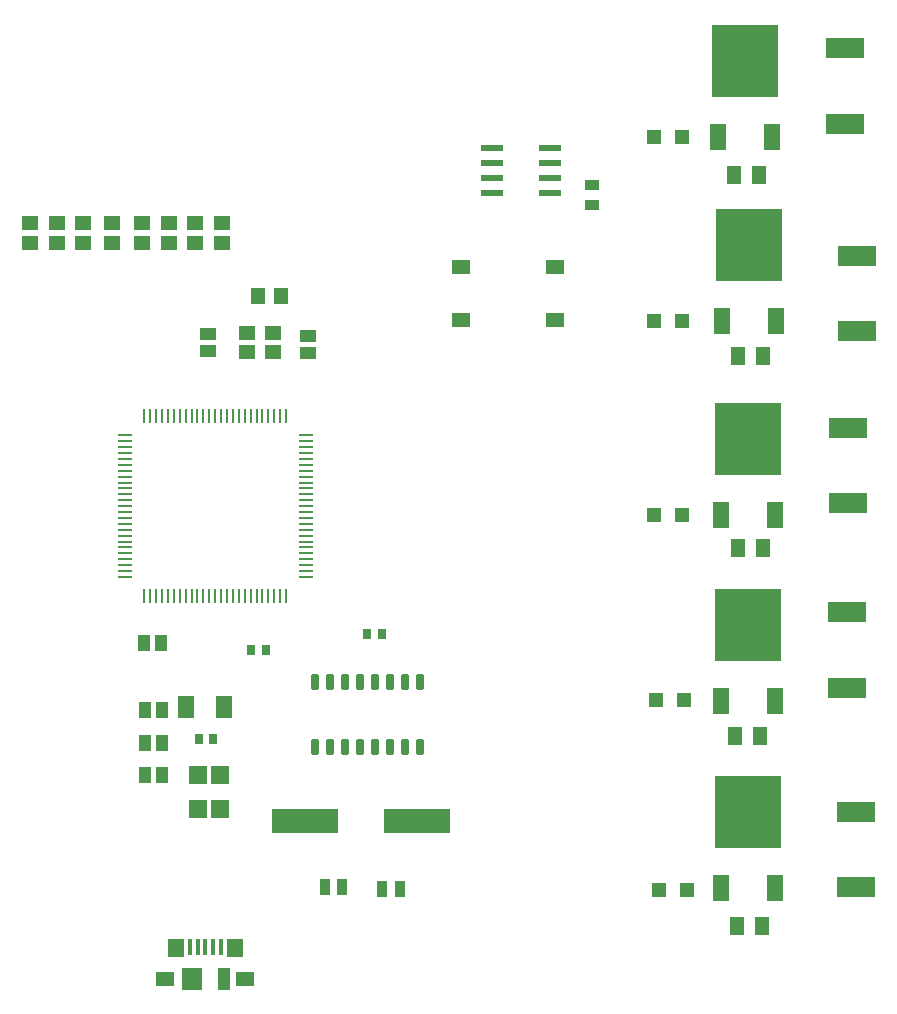
<source format=gbr>
G04*
G04 #@! TF.GenerationSoftware,Altium Limited,Altium Designer,24.6.1 (21)*
G04*
G04 Layer_Color=8421504*
%FSLAX25Y25*%
%MOIN*%
G70*
G04*
G04 #@! TF.SameCoordinates,02B8DA6F-49FF-4BAE-8194-33363A00AC8D*
G04*
G04*
G04 #@! TF.FilePolarity,Positive*
G04*
G01*
G75*
%ADD16R,0.05500X0.09000*%
%ADD17R,0.22400X0.24300*%
%ADD18R,0.05315X0.07480*%
%ADD19R,0.04528X0.04528*%
%ADD20O,0.05118X0.00984*%
%ADD21O,0.00984X0.05118*%
%ADD22R,0.05151X0.03175*%
%ADD23R,0.07795X0.02087*%
%ADD24R,0.22047X0.08268*%
%ADD25R,0.03740X0.05315*%
%ADD26R,0.06496X0.05118*%
%ADD27R,0.07087X0.07480*%
%ADD28R,0.03937X0.07480*%
%ADD29R,0.05610X0.06102*%
%ADD30R,0.01772X0.05433*%
%ADD31R,0.05906X0.06102*%
%ADD32R,0.04152X0.05339*%
%ADD33R,0.02953X0.03543*%
G04:AMPARAMS|DCode=34|XSize=51.58mil|YSize=24.41mil|CornerRadius=3.05mil|HoleSize=0mil|Usage=FLASHONLY|Rotation=90.000|XOffset=0mil|YOffset=0mil|HoleType=Round|Shape=RoundedRectangle|*
%AMROUNDEDRECTD34*
21,1,0.05158,0.01831,0,0,90.0*
21,1,0.04547,0.02441,0,0,90.0*
1,1,0.00610,0.00915,0.02274*
1,1,0.00610,0.00915,-0.02274*
1,1,0.00610,-0.00915,-0.02274*
1,1,0.00610,-0.00915,0.02274*
%
%ADD34ROUNDEDRECTD34*%
%ADD35R,0.06102X0.05118*%
%ADD36R,0.05512X0.04724*%
%ADD37R,0.04724X0.05709*%
%ADD38R,0.05339X0.04152*%
%ADD39R,0.05709X0.04528*%
%ADD40R,0.04750X0.05938*%
%ADD41R,0.12598X0.06772*%
D16*
X603500Y202008D02*
D03*
X585500D02*
D03*
Y139768D02*
D03*
X603500D02*
D03*
X585500Y264150D02*
D03*
X603500D02*
D03*
X586037Y328650D02*
D03*
X604037D02*
D03*
X584537Y390150D02*
D03*
X602537D02*
D03*
D17*
X594500Y227358D02*
D03*
Y165118D02*
D03*
Y289500D02*
D03*
X595037Y354000D02*
D03*
X593537Y415500D02*
D03*
D18*
X419894Y200000D02*
D03*
X407295D02*
D03*
D19*
X572626Y390150D02*
D03*
X563374D02*
D03*
X564000Y202500D02*
D03*
X573252D02*
D03*
X564874Y139000D02*
D03*
X574126D02*
D03*
X563374Y328650D02*
D03*
X572626D02*
D03*
Y264000D02*
D03*
X563374D02*
D03*
D20*
X447118Y243378D02*
D03*
Y245346D02*
D03*
Y247315D02*
D03*
Y249283D02*
D03*
Y251252D02*
D03*
Y253220D02*
D03*
Y255189D02*
D03*
Y257157D02*
D03*
Y259126D02*
D03*
Y261094D02*
D03*
Y263063D02*
D03*
Y265032D02*
D03*
Y267000D02*
D03*
Y268969D02*
D03*
Y270937D02*
D03*
Y272906D02*
D03*
Y274874D02*
D03*
Y276843D02*
D03*
Y278811D02*
D03*
Y280780D02*
D03*
Y282748D02*
D03*
Y284717D02*
D03*
Y286685D02*
D03*
Y288654D02*
D03*
Y290622D02*
D03*
X386882D02*
D03*
Y288654D02*
D03*
Y286685D02*
D03*
Y284717D02*
D03*
Y282748D02*
D03*
Y280780D02*
D03*
Y278811D02*
D03*
Y276843D02*
D03*
Y274874D02*
D03*
Y272906D02*
D03*
Y270937D02*
D03*
Y268969D02*
D03*
Y267000D02*
D03*
Y265032D02*
D03*
Y263063D02*
D03*
Y261094D02*
D03*
Y259126D02*
D03*
Y257157D02*
D03*
Y255189D02*
D03*
Y253220D02*
D03*
Y251252D02*
D03*
Y249283D02*
D03*
Y247315D02*
D03*
Y245346D02*
D03*
Y243378D02*
D03*
D21*
X440622Y297118D02*
D03*
X438654D02*
D03*
X436685D02*
D03*
X434717D02*
D03*
X432748D02*
D03*
X430780D02*
D03*
X428811D02*
D03*
X426843D02*
D03*
X424874D02*
D03*
X422906D02*
D03*
X420937D02*
D03*
X418969D02*
D03*
X417000D02*
D03*
X415032D02*
D03*
X413063D02*
D03*
X411094D02*
D03*
X409126D02*
D03*
X407157D02*
D03*
X405189D02*
D03*
X403220D02*
D03*
X401252D02*
D03*
X399283D02*
D03*
X397315D02*
D03*
X395346D02*
D03*
X393378D02*
D03*
Y236882D02*
D03*
X395346D02*
D03*
X397315D02*
D03*
X399283D02*
D03*
X401252D02*
D03*
X403220D02*
D03*
X405189D02*
D03*
X407157D02*
D03*
X409126D02*
D03*
X411094D02*
D03*
X413063D02*
D03*
X415032D02*
D03*
X417000D02*
D03*
X418969D02*
D03*
X420937D02*
D03*
X422906D02*
D03*
X424874D02*
D03*
X426843D02*
D03*
X428811D02*
D03*
X430780D02*
D03*
X432748D02*
D03*
X434717D02*
D03*
X436685D02*
D03*
X438654D02*
D03*
X440622D02*
D03*
D22*
X542500Y374000D02*
D03*
Y367300D02*
D03*
D23*
X528705Y386500D02*
D03*
Y381500D02*
D03*
Y376500D02*
D03*
Y371500D02*
D03*
X509295D02*
D03*
Y376500D02*
D03*
Y381500D02*
D03*
Y386500D02*
D03*
D24*
X484201Y162000D02*
D03*
X446799D02*
D03*
D25*
X453500Y140000D02*
D03*
X459405D02*
D03*
X478453Y139500D02*
D03*
X472547D02*
D03*
D26*
X400425Y109500D02*
D03*
X427000D02*
D03*
D27*
X409185D02*
D03*
D28*
X419815D02*
D03*
D29*
X403919Y119638D02*
D03*
X423506D02*
D03*
D30*
X408594Y119972D02*
D03*
X411154D02*
D03*
X413713D02*
D03*
X416272D02*
D03*
X418831D02*
D03*
D31*
X411413Y166000D02*
D03*
X418500D02*
D03*
X411413Y177236D02*
D03*
X418500D02*
D03*
D32*
X399283Y188205D02*
D03*
X393569D02*
D03*
X399283Y199000D02*
D03*
X393569D02*
D03*
X399000Y221500D02*
D03*
X393285D02*
D03*
X399283Y177236D02*
D03*
X393569D02*
D03*
D33*
X433961Y219000D02*
D03*
X429039D02*
D03*
X472500Y224500D02*
D03*
X467579D02*
D03*
X416421Y189500D02*
D03*
X411500D02*
D03*
D34*
X450177Y208327D02*
D03*
X455177D02*
D03*
X485177Y186673D02*
D03*
X480177Y208327D02*
D03*
Y186673D02*
D03*
X470177D02*
D03*
X485177Y208327D02*
D03*
X475177Y186673D02*
D03*
Y208327D02*
D03*
X470177D02*
D03*
X460177D02*
D03*
X465177Y186673D02*
D03*
X460177D02*
D03*
X450177D02*
D03*
X465177Y208327D02*
D03*
X455177Y186673D02*
D03*
D35*
X530150Y329142D02*
D03*
X498850D02*
D03*
X530150Y346858D02*
D03*
X498850D02*
D03*
D36*
X436331Y324650D02*
D03*
X427669D02*
D03*
Y318350D02*
D03*
X436331D02*
D03*
D37*
X439000Y337000D02*
D03*
X431126D02*
D03*
D38*
X448059Y323838D02*
D03*
Y318123D02*
D03*
X414500Y318643D02*
D03*
Y324357D02*
D03*
D39*
X410437Y354555D02*
D03*
Y361445D02*
D03*
X419311Y354555D02*
D03*
Y361445D02*
D03*
X401563Y354555D02*
D03*
Y361445D02*
D03*
X355252Y354555D02*
D03*
Y361445D02*
D03*
X364126Y354555D02*
D03*
Y361445D02*
D03*
X373000Y354555D02*
D03*
Y361445D02*
D03*
X382567Y354555D02*
D03*
Y361445D02*
D03*
X392689Y354555D02*
D03*
Y361445D02*
D03*
D40*
X598637Y190500D02*
D03*
X590363D02*
D03*
X599637Y253000D02*
D03*
X591363D02*
D03*
X598174Y377500D02*
D03*
X589899D02*
D03*
X599137Y127000D02*
D03*
X590863D02*
D03*
X591363Y317000D02*
D03*
X599637D02*
D03*
D41*
X627037Y394382D02*
D03*
Y419618D02*
D03*
X627500Y206382D02*
D03*
Y231618D02*
D03*
X630500Y139882D02*
D03*
Y165118D02*
D03*
X628000Y293118D02*
D03*
Y267882D02*
D03*
X631000Y350500D02*
D03*
Y325264D02*
D03*
M02*

</source>
